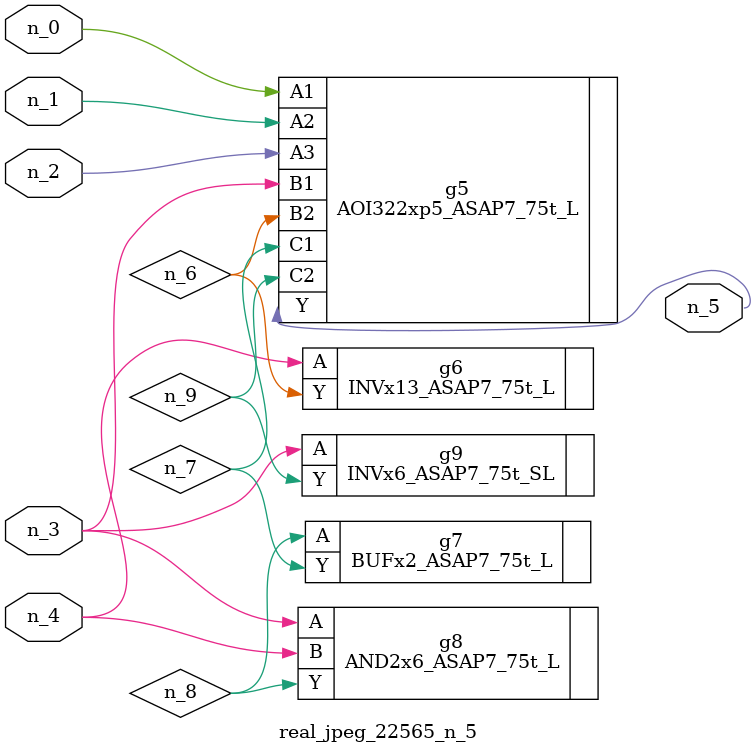
<source format=v>
module real_jpeg_22565_n_5 (n_4, n_0, n_1, n_2, n_3, n_5);

input n_4;
input n_0;
input n_1;
input n_2;
input n_3;

output n_5;

wire n_8;
wire n_6;
wire n_7;
wire n_9;

AOI322xp5_ASAP7_75t_L g5 ( 
.A1(n_0),
.A2(n_1),
.A3(n_2),
.B1(n_3),
.B2(n_6),
.C1(n_7),
.C2(n_9),
.Y(n_5)
);

AND2x6_ASAP7_75t_L g8 ( 
.A(n_3),
.B(n_4),
.Y(n_8)
);

INVx6_ASAP7_75t_SL g9 ( 
.A(n_3),
.Y(n_9)
);

INVx13_ASAP7_75t_L g6 ( 
.A(n_4),
.Y(n_6)
);

BUFx2_ASAP7_75t_L g7 ( 
.A(n_8),
.Y(n_7)
);


endmodule
</source>
